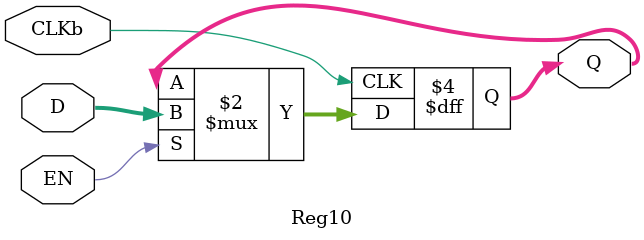
<source format=sv>
module Reg10 (
    input logic [9:0] D,
    input logic EN,
	input logic CLKb,
    output logic [9:0] Q
);
    // Declare register
   
	always_ff @(negedge CLKb)
		begin
			if (EN)
				Q <= D;
		end

endmodule
</source>
